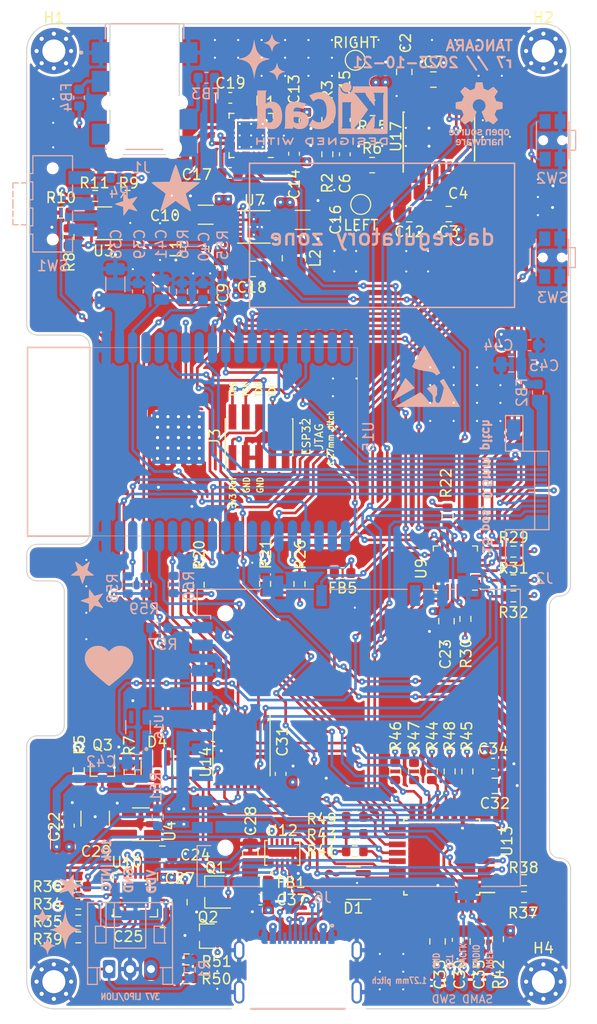
<source format=kicad_pcb>
(kicad_pcb (version 20221018) (generator pcbnew)

  (general
    (thickness 1.566672)
  )

  (paper "A4")
  (title_block
    (comment 4 "AISLER Project ID: ATEUINQR")
  )

  (layers
    (0 "F.Cu" signal)
    (1 "In1.Cu" signal)
    (2 "In2.Cu" signal)
    (31 "B.Cu" signal)
    (32 "B.Adhes" user "B.Adhesive")
    (33 "F.Adhes" user "F.Adhesive")
    (34 "B.Paste" user)
    (35 "F.Paste" user)
    (36 "B.SilkS" user "B.Silkscreen")
    (37 "F.SilkS" user "F.Silkscreen")
    (38 "B.Mask" user)
    (39 "F.Mask" user)
    (40 "Dwgs.User" user "User.Drawings")
    (41 "Cmts.User" user "User.Comments")
    (42 "Eco1.User" user "User.Eco1")
    (43 "Eco2.User" user "User.Eco2")
    (44 "Edge.Cuts" user)
    (45 "Margin" user)
    (46 "B.CrtYd" user "B.Courtyard")
    (47 "F.CrtYd" user "F.Courtyard")
    (48 "B.Fab" user)
    (49 "F.Fab" user)
    (50 "User.1" user)
    (51 "User.2" user)
    (52 "User.3" user)
    (53 "User.4" user)
    (54 "User.5" user)
    (55 "User.6" user)
    (56 "User.7" user)
    (57 "User.8" user)
    (58 "User.9" user)
  )

  (setup
    (stackup
      (layer "F.SilkS" (type "Top Silk Screen") (color "White"))
      (layer "F.Paste" (type "Top Solder Paste"))
      (layer "F.Mask" (type "Top Solder Mask") (color "Purple") (thickness 0.0254))
      (layer "F.Cu" (type "copper") (thickness 0.04318))
      (layer "dielectric 1" (type "prepreg") (thickness 0.202184) (material "FR408-HR") (epsilon_r 3.69) (loss_tangent 0.0091))
      (layer "In1.Cu" (type "copper") (thickness 0.017272))
      (layer "dielectric 2" (type "core") (thickness 0.9906) (material "FR408-HR") (epsilon_r 3.69) (loss_tangent 0.0091))
      (layer "In2.Cu" (type "copper") (thickness 0.017272))
      (layer "dielectric 3" (type "prepreg") (thickness 0.202184) (material "FR408-HR") (epsilon_r 3.69) (loss_tangent 0.0091))
      (layer "B.Cu" (type "copper") (thickness 0.04318))
      (layer "B.Mask" (type "Bottom Solder Mask") (color "Purple") (thickness 0.0254))
      (layer "B.Paste" (type "Bottom Solder Paste"))
      (layer "B.SilkS" (type "Bottom Silk Screen") (color "White"))
      (copper_finish "ENIG")
      (dielectric_constraints no)
    )
    (pad_to_mask_clearance 0.0508)
    (aux_axis_origin 117.25 51)
    (pcbplotparams
      (layerselection 0x00010fc_ffffffff)
      (plot_on_all_layers_selection 0x0000000_00000000)
      (disableapertmacros false)
      (usegerberextensions true)
      (usegerberattributes true)
      (usegerberadvancedattributes true)
      (creategerberjobfile true)
      (dashed_line_dash_ratio 12.000000)
      (dashed_line_gap_ratio 3.000000)
      (svgprecision 6)
      (plotframeref false)
      (viasonmask false)
      (mode 1)
      (useauxorigin false)
      (hpglpennumber 1)
      (hpglpenspeed 20)
      (hpglpendiameter 15.000000)
      (dxfpolygonmode true)
      (dxfimperialunits true)
      (dxfusepcbnewfont true)
      (psnegative false)
      (psa4output false)
      (plotreference true)
      (plotvalue true)
      (plotinvisibletext false)
      (sketchpadsonfab false)
      (subtractmaskfromsilk false)
      (outputformat 1)
      (mirror false)
      (drillshape 0)
      (scaleselection 1)
      (outputdirectory "gerbers2")
    )
  )

  (net 0 "")
  (net 1 "GND")
  (net 2 "/ESP_EN")
  (net 3 "BAT_LEVEL")
  (net 4 "SYS_POWER")
  (net 5 "USB.DP")
  (net 6 "USB.DN")
  (net 7 "~{3.5mm_DETECT}")
  (net 8 "/JTAG.TMS")
  (net 9 "/JTAG.TCK")
  (net 10 "/JTAG.TDO")
  (net 11 "/JTAG.TDI")
  (net 12 "/SWD.SWDIO")
  (net 13 "/SWD.SWCLK")
  (net 14 "/SWD.RESET")
  (net 15 "/Power/NTC")
  (net 16 "~{CHG_PWR_OK}")
  (net 17 "I2C.SCL")
  (net 18 "/Power/VBUS_RAW")
  (net 19 "I2C.SDA")
  (net 20 "ESP_SPI.PICO")
  (net 21 "/Peripherals/~{DISPLAY_RST}")
  (net 22 "ESP_SPI.SCLK")
  (net 23 "ESP_SPI.DISPLAY_CS")
  (net 24 "DISPLAY_LED_EN")
  (net 25 "/ESP_BOOT")
  (net 26 "~{SD_VDD_EN}")
  (net 27 "/UART.ESP.TX")
  (net 28 "ESP_SPI.POCI")
  (net 29 "DAC.DATA")
  (net 30 "DAC.BCK")
  (net 31 "ESP_SPI.SD_CS")
  (net 32 "DAC.LRCK")
  (net 33 "SAMD_SPI.POCI")
  (net 34 "/UART.ESP.RX")
  (net 35 "SAMD_SPI.CS")
  (net 36 "SAMD_SPI.PICO")
  (net 37 "/~{SAMD_INT}")
  (net 38 "SAMD_SPI.SCLK")
  (net 39 "CHG_SEL")
  (net 40 "AMP_EN")
  (net 41 "/Power/VBUS_SWITCHED")
  (net 42 "~{GPIO_INT}")
  (net 43 "USB_TCC0")
  (net 44 "USB_TCC1")
  (net 45 "KEY_LOCK")
  (net 46 "CHG_STAT1")
  (net 47 "CHG_STAT2")
  (net 48 "~{TOUCH_INT}")
  (net 49 "DISPLAY_DR")
  (net 50 "+3V3")
  (net 51 "+5VA")
  (net 52 "-5VA")
  (net 53 "KEY_VOL_UP")
  (net 54 "Net-(J7-Pin_3)")
  (net 55 "/Audio/TIP_SW")
  (net 56 "KEY_VOL_DOWN")
  (net 57 "Net-(J4-CD{slash}DAT3)")
  (net 58 "Net-(J4-CMD)")
  (net 59 "Net-(J4-CLK)")
  (net 60 "Net-(J4-DAT0)")
  (net 61 "Net-(J4-DAT1)")
  (net 62 "Net-(J4-DAT2)")
  (net 63 "unconnected-(J1-Pad6)")
  (net 64 "/Power/CC1")
  (net 65 "/Power/CC2")
  (net 66 "SYS_PWR_EN_SW")
  (net 67 "Net-(U13-VDDCORE)")
  (net 68 "unconnected-(J3-UART_TX-Pad7)")
  (net 69 "unconnected-(J3-UART_RX-Pad9)")
  (net 70 "unconnected-(J3-nRst-Pad10)")
  (net 71 "unconnected-(J6-SBU1-PadA8)")
  (net 72 "unconnected-(J6-SBU2-PadB8)")
  (net 73 "Net-(U7-SWN)")
  (net 74 "Net-(U7-SWP)")
  (net 75 "Net-(Q1-G)")
  (net 76 "Net-(U1B-+)")
  (net 77 "Net-(U1A-+)")
  (net 78 "Net-(U1A--)")
  (net 79 "Net-(U3--)")
  (net 80 "Net-(U3-+)")
  (net 81 "Net-(C17-Pad2)")
  (net 82 "Net-(U1B--)")
  (net 83 "Net-(C19-Pad2)")
  (net 84 "Net-(U14E-~{OE})")
  (net 85 "Net-(U14E-S)")
  (net 86 "SYS_PWR_EN_SAMD")
  (net 87 "Net-(U10-CE)")
  (net 88 "Net-(U10-PROG3)")
  (net 89 "Net-(U10-PROG2)")
  (net 90 "Net-(U10-PROG1)")
  (net 91 "unconnected-(SW1-A-Pad1)")
  (net 92 "unconnected-(U1C-NC-Pad4)")
  (net 93 "unconnected-(U1-Pad6)")
  (net 94 "unconnected-(U1-Pad7)")
  (net 95 "unconnected-(U1-Pad8)")
  (net 96 "unconnected-(U1C-NC-Pad15)")
  (net 97 "AMP_MUTE")
  (net 98 "unconnected-(U12-ORIENT-Pad8)")
  (net 99 "unconnected-(U12-SWMONI-Pad9)")
  (net 100 "unconnected-(U15-I39{slash}NOINT-Pad5)")
  (net 101 "unconnected-(U15-SHD{slash}SD2-Pad17)")
  (net 102 "unconnected-(U15-SWP{slash}SD3-Pad18)")
  (net 103 "unconnected-(U15-SCS{slash}CMD-Pad19)")
  (net 104 "unconnected-(U15-SCK{slash}CLK-Pad20)")
  (net 105 "unconnected-(U15-SDO{slash}SD0-Pad21)")
  (net 106 "unconnected-(U15-SDI{slash}SD1-Pad22)")
  (net 107 "unconnected-(U15-IO16-Pad27)")
  (net 108 "unconnected-(U15-IO17-Pad28)")
  (net 109 "unconnected-(U15-NC-Pad32)")
  (net 110 "Net-(J2-Pin_13)")
  (net 111 "Net-(FB3-Pad2)")
  (net 112 "Net-(FB4-Pad2)")
  (net 113 "Net-(J4-VDD)")
  (net 114 "unconnected-(U16-NC-Pad4)")
  (net 115 "Net-(SW1-C)")
  (net 116 "Net-(Q1-S)")
  (net 117 "DAC.MCK")
  (net 118 "SD_CD")
  (net 119 "Net-(U17-CPCA)")
  (net 120 "Net-(U17-CPCB)")
  (net 121 "unconnected-(U1-Pad1)")
  (net 122 "Net-(U17-VMID)")
  (net 123 "Net-(U17-CPVOUTN)")
  (net 124 "unconnected-(U1-Pad23)")
  (net 125 "Net-(U17-LINEVOUTL)")
  (net 126 "Net-(U17-LINEVOUTR)")
  (net 127 "unconnected-(U1-Pad24)")
  (net 128 "unconnected-(U17-ZFLAG-Pad7)")
  (net 129 "unconnected-(U9-IO0_6-Pad7)")
  (net 130 "unconnected-(U9-IO1_4-Pad14)")
  (net 131 "unconnected-(U9-IO1_5-Pad15)")
  (net 132 "unconnected-(U9-IO1_6-Pad16)")
  (net 133 "unconnected-(U9-IO1_7-Pad17)")
  (net 134 "Net-(U4-EN)")
  (net 135 "unconnected-(U4-NC-Pad4)")
  (net 136 "unconnected-(U13-PA06-Pad7)")
  (net 137 "unconnected-(U13-PA27-Pad25)")
  (net 138 "unconnected-(U13-PA28-Pad27)")
  (net 139 "Net-(Q2-D)")

  (footprint "Package_TO_SOT_SMD:TSOT-23" (layer "F.Cu") (at 135.476849 134.455179 180))

  (footprint "Package_TO_SOT_SMD:SOT-23-5" (layer "F.Cu") (at 128.415497 127.954481 180))

  (footprint "MountingHole:MountingHole_2.2mm_M2_Pad_Via" (layer "F.Cu") (at 166.9 143))

  (footprint "Inductor_SMD:L_1008_2520Metric" (layer "F.Cu") (at 133.801417 72.973879 90))

  (footprint "Capacitor_SMD:C_0805_2012Metric" (layer "F.Cu") (at 130.473198 130.774567))

  (footprint "Resistor_SMD:R_0603_1608Metric" (layer "F.Cu") (at 122.434189 137.149989 180))

  (footprint "Package_DFN_QFN:QFN-20-1EP_4x4mm_P0.5mm_EP2.5x2.5mm_ThermalVias" (layer "F.Cu") (at 127.902083 134.695156 -90))

  (footprint "Capacitor_SMD:C_0805_2012Metric" (layer "F.Cu") (at 130.529632 138.571066))

  (footprint "Capacitor_SMD:C_0603_1608Metric" (layer "F.Cu") (at 147.916983 63.917554 -90))

  (footprint "Package_DFN_QFN:HVQFN-24-1EP_4x4mm_P0.5mm_EP2.1x2.1mm" (layer "F.Cu") (at 158.484595 103.47166 180))

  (footprint "Package_TO_SOT_SMD:SOT-23" (layer "F.Cu") (at 130.000805 122.549717 -90))

  (footprint "Resistor_SMD:R_0603_1608Metric" (layer "F.Cu") (at 148.873745 127.25515))

  (footprint "Package_TO_SOT_SMD:SOT-323_SC-70" (layer "F.Cu") (at 124.73909 122.643679 -90))

  (footprint "Capacitor_SMD:C_0603_1608Metric" (layer "F.Cu") (at 136.172745 74.724126 -90))

  (footprint "Resistor_SMD:R_0603_1608Metric" (layer "F.Cu") (at 165.049071 134.922126 180))

  (footprint "Resistor_SMD:R_0603_1608Metric" (layer "F.Cu") (at 159.445045 108.327463 90))

  (footprint "Capacitor_SMD:C_0603_1608Metric" (layer "F.Cu") (at 121.530086 128.089529 90))

  (footprint "Resistor_SMD:R_0603_1608Metric" (layer "F.Cu") (at 146.24514 63.917554 -90))

  (footprint "Capacitor_SMD:C_0603_1608Metric" (layer "F.Cu") (at 143.049766 60.685697 -90))

  (footprint "Resistor_SMD:R_0603_1608Metric" (layer "F.Cu") (at 165.050103 133.305697 180))

  (footprint "Capacitor_SMD:C_0603_1608Metric" (layer "F.Cu") (at 147.916983 60.635697 90))

  (footprint "Resistor_SMD:R_0603_1608Metric" (layer "F.Cu") (at 120.775 69.5))

  (footprint "footprints:BD91N01NUX-E2" (layer "F.Cu") (at 141.938445 130.694772 90))

  (footprint "Capacitor_SMD:C_0805_2012Metric" (layer "F.Cu") (at 157.851307 69.634671 180))

  (footprint "Resistor_SMD:R_0603_1608Metric" (layer "F.Cu") (at 122.434189 138.766966 180))

  (footprint "Capacitor_SMD:C_0805_2012Metric" (layer "F.Cu") (at 156.782387 139.153476 90))

  (footprint "Inductor_SMD:L_0603_1608Metric" (layer "F.Cu") (at 139.793489 133.408759 180))

  (footprint "Resistor_SMD:R_0603_1608Metric" (layer "F.Cu") (at 148.873745 130.546956))

  (footprint "Resistor_SMD:R_0603_1608Metric" (layer "F.Cu") (at 127.15 67.9 180))

  (footprint "Capacitor_SMD:C_0603_1608Metric" (layer "F.Cu") (at 136.932164 65.704592 180))

  (footprint "Capacitor_SMD:C_0805_2012Metric" (layer "F.Cu") (at 132.103885 135.401996 -90))

  (footprint "Capacitor_SMD:C_0603_1608Metric" (layer "F.Cu") (at 139.845147 135.157118 180))

  (footprint "Resistor_SMD:R_0603_1608Metric" (layer "F.Cu") (at 157.736387 98.523188 90))

  (footprint "Capacitor_SMD:C_0805_2012Metric" (layer "F.Cu") (at 139.111897 74.874786))

  (footprint "Resistor_SMD:R_0603_1608Metric" (layer "F.Cu") (at 122.439406 135.533013))

  (footprint "Resistor_SMD:R_0603_1608Metric" (layer "F.Cu") (at 132.78644 140.877326))

  (footprint "Resistor_SMD:R_0603_1608Metric" (layer "F.Cu") (at 122.482853 122.790411 -90))

  (footprint "Inductor_SMD:L_1008_2520Metric" (layer "F.Cu") (at 143.044904 73.86026 -90))

  (footprint "Capacitor_SMD:C_0805_2012Metric" (layer "F.Cu") (at 154.076286 69.648592 180))

  (footprint "Capacitor_SMD:C_0805_2012Metric" (layer "F.Cu") (at 155.942815 67.582319 180))

  (footprint "Resistor_SMD:R_0603_1608Metric" (layer "F.Cu") (at 124.05 67.9 180))

  (footprint "Resistor_SMD:R_0603_1608Metric" (layer "F.Cu") (at 162.554135 138.938126 -90))

  (footprint "Package_SO:TSSOP-16_4.4x5mm_P0.65mm" (layer "F.Cu") (at 138.037154 121.127252 -90))

  (footprint "Capacitor_SMD:C_0805_2012Metric" (layer "F.Cu") (at 156.382936 56.778764))

  (footprint "Resistor_SMD:R_0603_1608Metric" (layer "F.Cu") (at 133.941895 105.064074 90))

  (footprint "Resistor_SMD:R_0603_1608Metric" (layer "F.Cu") (at 143.585559 104.993281 90))

  (footprint "Package_TO_SOT_SMD:SOT-23-5" (layer "F.Cu")
    (tstamp 96609850-b55c-4f13-b032-2c8c06595339)
    (at 124.83226 70.512427 180)
    (descr "SOT, 5 Pin (https://www.jedec.org/sites/default/files/docs/Mo-178c.PDF variant AA), generated with ki
... [3428102 chars truncated]
</source>
